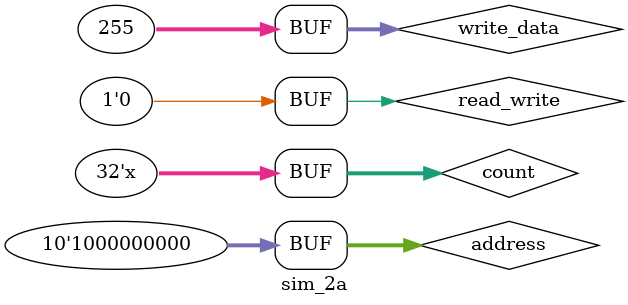
<source format=v>
`timescale 1ns / 1ps


module sim_2a();
reg read_write;
reg [9:0]address;
reg [31:0]write_data;
wire [31:0]rd;
wire hit_miss;
integer count = 0;// here we use this to control the display
initial 
begin
	#0 read_write = 0; address = 10'b0000000000; //should miss
	#10 read_write = 1; address = 10'b0000000000; write_data = 32'b00000000000000000000000011111111;//write_data = 8'b11111111; //should hit
	#10 read_write = 0; address = 10'b0000000000; //should hit and read out 0xff
	
	//here check main memory content, 
	//the first byte should remain 0x00 if it is write-back, 
	//should change to 0xff if it is write-through.
	
	#10 read_write = 0; address = 10'b1000000000; //should miss
	#10 read_write = 0; address = 10'b0000000000; //should hit for 2-way associative, should miss for directly mapped
	
	#10 read_write = 0; address = 10'b1100000000; //should miss
	#10 read_write = 0; address = 10'b1000000000; //should miss both for directly mapped and for 2-way associative (Least-Recently-Used policy)
	
	//here check main memory content, 
	//the first byte should be 0xff
end
hierarchy_mem hm(read_write,address,write_data,rd,hit_miss);
    always #5 begin
//        $display("count=%d read_write = %b",count, read_write);
//        $display("count=%d ReadData = 0x%H",count, hm.cacheData);
        $display("count=%d MainMemory[0] = 0x%H",count,hm.mm.Mainmemory[0]);
        $display("count=%d dirty = 0x%H",count,hm.cache.dirty);
  //      $display("count=%d MainMemory[1] = 0x%H",count,hm.mm.Mainmemory[1]);
 //       $display("count=%d MainMemory[2] = 0x%H",count,hm.mm.Mainmemory[2]);
 //       $display("count=%d MainMemory[3] = 0x%H",count,hm.mm.Mainmemory[3]);
//        $display("count=%d wd_CM] = 0x%H",count,hm.cache.wd_CM);
//        $display("count=%d rw_CM] = 0x%H",count,hm.cache.rw_CM);
//        $display("count=%d addr_CM] = 0x%H",count,hm.cache.addr_CM);
      //  $display("count=%d MainMem WriteData = 0x%H",count,hm.mm.WriteData);
         //$display("count=%d MainMem Write Address = 0x%H",count,hm.mm.Address);
         //$display("count=%d MainMem ReadData = 0x%H",count,hm.cache.rd_CM[31:0]);
         
         // $display("count=%d MainMem ReadData = 0x%H",count,hm.mm.ReadData);
  //   $display("count=%d cachemem[0] = 0x%H",count,hm.cache.cachemem[0]);
     // $display("count=%d MainMem ReadData = 0x%H",count,hm.cache.addr_CC[5:2]);
  //    $display("count=%d MainMem ReadData = 0x%H",count,hm.mm.ReadData);
     //cachemem[addr_CC[5:4]*4]=rd_CM[31:0];
        $display("----------------------------------------------------------");
        count=count+1;
    end
endmodule

</source>
